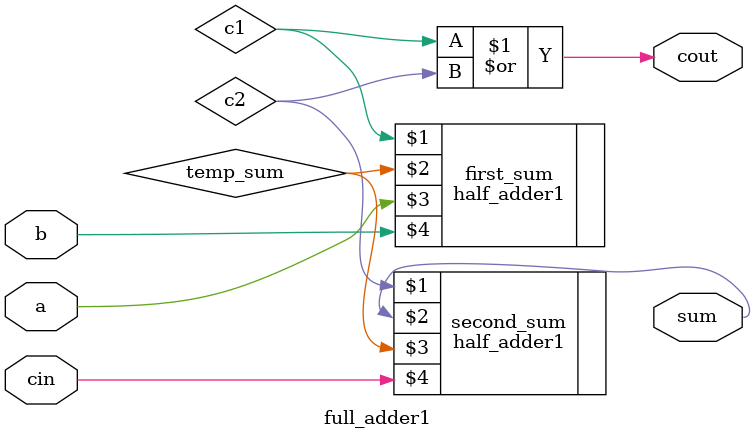
<source format=v>
module full_adder1(cout, sum, a, b, cin);
	input a, b, cin;
	output sum, cout;
	
	wire temp_sum, c1, c2;
	
	/*	one can construct a full-adder using two half-adders  by
	inputting a and b to half adder at first. then the result of the
	first half add operation and the carry_in is inputted to another
	half addder to get the desired result	*/
	
	half_adder1 first_sum(c1, temp_sum, a, b);
	half_adder1 second_sum(c2, sum, temp_sum, cin);
	
	or final_carry_out(cout, c1, c2);
	
endmodule
	
	
</source>
